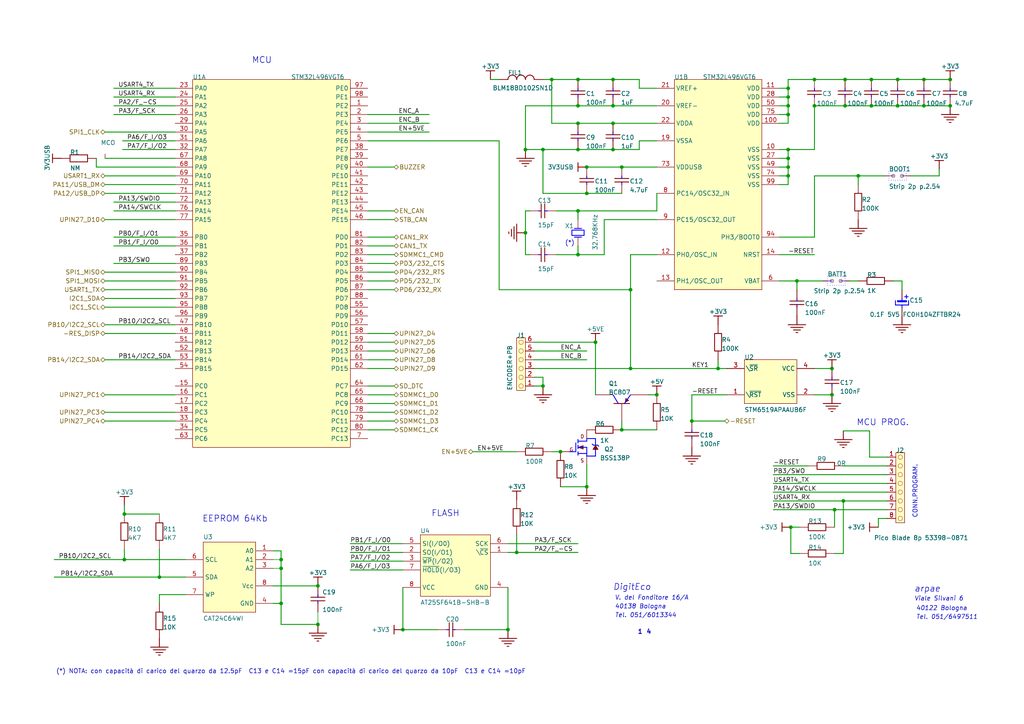
<source format=kicad_sch>
(kicad_sch (version 20230121) (generator eeschema)
  (paper "A4")
  (title_block (title "Stima V4-Master") (rev "1.0"))
  (junction (at 36.068 149.098))
  (junction (at 147.32 182.626))
  (junction (at 81.534 162.306))
  (junction (at 172.72 99.2632))
  (junction (at 267.97 23.0632))
  (junction (at 167.64 35.7632))
  (junction (at 160.02 23.0632))
  (junction (at 182.88 106.8832))
  (junction (at 167.64 23.0632))
  (junction (at 275.59 23.0632))
  (junction (at 167.64 61.1632))
  (junction (at 116.84 182.626))
  (junction (at 170.18 141.1732))
  (junction (at 200.66 122.1232))
  (junction (at 228.6 33.2232))
  (junction (at 267.97 30.6832))
  (junction (at 177.8 23.0632))
  (junction (at 177.8 43.3832))
  (junction (at 242.062 147.828))
  (junction (at 167.64 73.8632))
  (junction (at 241.3 106.8832))
  (junction (at 157.48 111.9632))
  (junction (at 228.6 25.6032))
  (junction (at 46.228 167.386))
  (junction (at 170.18 56.0832))
  (junction (at 236.22 30.6832))
  (junction (at 228.6 28.1432))
  (junction (at 152.4 43.3832))
  (junction (at 81.534 164.846))
  (junction (at 162.56 131.0132))
  (junction (at 182.88 84.0232))
  (junction (at 252.73 30.6832))
  (junction (at 170.18 48.4632))
  (junction (at 248.92 51.0032))
  (junction (at 180.34 124.6632))
  (junction (at 180.34 48.4632))
  (junction (at 190.5 114.5032))
  (junction (at 177.8 35.7632))
  (junction (at 275.59 30.6832))
  (junction (at 228.6 30.6832))
  (junction (at 152.4 67.5132))
  (junction (at 245.11 30.6832))
  (junction (at 236.22 23.0632))
  (junction (at 228.6 51.0032))
  (junction (at 167.64 43.3832))
  (junction (at 208.28 106.8832))
  (junction (at 228.6 45.9232))
  (junction (at 92.202 169.926))
  (junction (at 229.362 152.908))
  (junction (at 231.14 81.4832))
  (junction (at 260.35 30.6832))
  (junction (at 245.11 23.0632))
  (junction (at 228.6 43.3832))
  (junction (at 260.35 23.0632))
  (junction (at 244.602 145.288))
  (junction (at 241.3 114.5032))
  (junction (at 177.8 30.6832))
  (junction (at 252.73 23.0632))
  (junction (at 36.068 162.306))
  (junction (at 167.64 30.6832))
  (junction (at 228.6 48.4632))
  (junction (at 81.534 175.006))
  (junction (at 157.48 43.3832))
  (junction (at 149.86 160.2232))
  (junction (at 92.202 181.102))
  (wire (pts (xy 50.8 61.1632) (xy 33.02 61.1632)) (stroke (width 0.254)))
  (wire (pts (xy 30.48 38.3032) (xy 50.8 38.3032)) (stroke (width 0.254)))
  (wire (pts (xy 30.48 119.5832) (xy 50.8 119.5832)) (stroke (width 0.254)))
  (wire (pts (xy 106.68 63.7032) (xy 114.3 63.7032)) (stroke (width 0.254)))
  (wire (pts (xy 46.228 172.466) (xy 46.228 175.006)) (stroke (width 0.254)))
  (wire (pts (xy 116.84 170.3832) (xy 116.84 182.626)) (stroke (width 0.254)))
  (wire (pts (xy 50.8 33.2232) (xy 33.02 33.2232)) (stroke (width 0.254)))
  (wire (pts (xy 106.68 106.8832) (xy 114.3 106.8832)) (stroke (width 0.254)))
  (wire (pts (xy 226.06 53.5432) (xy 228.6 53.5432)) (stroke (width 0.254)))
  (wire (pts (xy 259.08 81.4832) (xy 261.62 81.4832)) (stroke (width 0.254)))
  (wire (pts (xy 50.8 48.4632) (xy 27.94 48.4632)) (stroke (width 0.254)))
  (wire (pts (xy 245.11 23.0632) (xy 236.22 23.0632)) (stroke (width 0.254)))
  (wire (pts (xy 236.22 68.7832) (xy 226.06 68.7832)) (stroke (width 0.254)))
  (wire (pts (xy 81.534 181.102) (xy 92.202 181.102)) (stroke (width 0.254)))
  (wire (pts (xy 114.3 68.7832) (xy 106.68 68.7832)) (stroke (width 0.254)))
  (wire (pts (xy 36.068 159.258) (xy 36.068 162.306)) (stroke (width 0.254)))
  (wire (pts (xy 50.8 63.7032) (xy 30.48 63.7032)) (stroke (width 0.254)))
  (wire (pts (xy 267.97 30.6832) (xy 275.59 30.6832)) (stroke (width 0.254)))
  (wire (pts (xy 167.64 23.0632) (xy 177.8 23.0632)) (stroke (width 0.254)))
  (wire (pts (xy 252.73 30.6832) (xy 260.35 30.6832)) (stroke (width 0.254)))
  (wire (pts (xy 30.48 84.0232) (xy 50.8 84.0232)) (stroke (width 0.254)))
  (wire (pts (xy 160.02 23.0632) (xy 167.64 23.0632)) (stroke (width 0.254)))
  (wire (pts (xy 170.18 141.1732) (xy 170.18 134.8232)) (stroke (width 0.254)))
  (wire (pts (xy 231.14 81.4832) (xy 238.76 81.4832)) (stroke (width 0.254)))
  (wire (pts (xy 257.302 135.128) (xy 244.602 135.128)) (stroke (width 0.254)))
  (wire (pts (xy 50.8 30.6832) (xy 33.02 30.6832)) (stroke (width 0.254)))
  (wire (pts (xy 200.66 114.5032) (xy 200.66 122.1232)) (stroke (width 0.254)))
  (wire (pts (xy 167.64 73.8632) (xy 175.26 73.8632)) (stroke (width 0.254)))
  (wire (pts (xy 245.11 30.6832) (xy 252.73 30.6832)) (stroke (width 0.254)))
  (wire (pts (xy 106.68 35.7632) (xy 124.46 35.7632)) (stroke (width 0.254)))
  (wire (pts (xy 252.222 124.968) (xy 244.602 124.968)) (stroke (width 0.254)))
  (wire (pts (xy 167.64 73.8632) (xy 167.64 71.3232)) (stroke (width 0.254)))
  (wire (pts (xy 172.72 99.2632) (xy 172.72 114.5032)) (stroke (width 0.254)))
  (wire (pts (xy 167.64 61.1632) (xy 190.5 61.1632)) (stroke (width 0.254)))
  (wire (pts (xy 30.48 104.3432) (xy 50.8 104.3432)) (stroke (width 0.254)))
  (wire (pts (xy 228.6 35.7632) (xy 226.06 35.7632)) (stroke (width 0.254)))
  (wire (pts (xy 30.48 45.9232) (xy 50.8 45.9232)) (stroke (width 0.254)))
  (wire (pts (xy 228.6 30.6832) (xy 228.6 33.2232)) (stroke (width 0.254)))
  (wire (pts (xy 162.56 141.1732) (xy 170.18 141.1732)) (stroke (width 0.254)))
  (wire (pts (xy 244.602 160.528) (xy 242.062 160.528)) (stroke (width 0.254)))
  (wire (pts (xy 190.5 61.1632) (xy 190.5 56.0832)) (stroke (width 0.254)))
  (wire (pts (xy 157.48 43.3832) (xy 152.4 43.3832)) (stroke (width 0.254)))
  (wire (pts (xy 144.78 40.8432) (xy 144.78 84.0232)) (stroke (width 0.254)))
  (wire (pts (xy 236.22 30.6832) (xy 245.11 30.6832)) (stroke (width 0.254)))
  (wire (pts (xy 81.534 162.306) (xy 81.534 159.766)) (stroke (width 0.254)))
  (wire (pts (xy 15.748 167.386) (xy 46.228 167.386)) (stroke (width 0.254)))
  (wire (pts (xy 228.6 23.0632) (xy 228.6 25.6032)) (stroke (width 0.254)))
  (wire (pts (xy 27.94 48.4632) (xy 27.94 45.9232)) (stroke (width 0.254)))
  (wire (pts (xy 15.748 162.306) (xy 36.068 162.306)) (stroke (width 0.254)))
  (wire (pts (xy 106.68 122.1232) (xy 114.3 122.1232)) (stroke (width 0.254)))
  (wire (pts (xy 30.48 53.5432) (xy 50.8 53.5432)) (stroke (width 0.254)))
  (wire (pts (xy 154.94 104.3432) (xy 170.18 104.3432)) (stroke (width 0.254)))
  (wire (pts (xy 246.38 81.4832) (xy 248.92 81.4832)) (stroke (width 0.254)))
  (wire (pts (xy 244.602 145.288) (xy 244.602 160.528)) (stroke (width 0.254)))
  (wire (pts (xy 260.35 23.0632) (xy 252.73 23.0632)) (stroke (width 0.254)))
  (wire (pts (xy 154.94 101.8032) (xy 170.18 101.8032)) (stroke (width 0.254)))
  (wire (pts (xy 228.6 43.3832) (xy 226.06 43.3832)) (stroke (width 0.254)))
  (wire (pts (xy 114.3 48.4632) (xy 106.68 48.4632)) (stroke (width 0.254)))
  (wire (pts (xy 30.48 51.0032) (xy 50.8 51.0032)) (stroke (width 0.254)))
  (wire (pts (xy 231.902 160.528) (xy 229.362 160.528)) (stroke (width 0.254)))
  (wire (pts (xy 81.534 164.846) (xy 81.534 162.306)) (stroke (width 0.254)))
  (wire (pts (xy 177.8 43.3832) (xy 167.64 43.3832)) (stroke (width 0.254)))
  (wire (pts (xy 81.534 175.006) (xy 81.534 181.102)) (stroke (width 0.254)))
  (wire (pts (xy 228.6 48.4632) (xy 228.6 45.9232)) (stroke (width 0.254)))
  (wire (pts (xy 228.6 25.6032) (xy 228.6 28.1432)) (stroke (width 0.254)))
  (wire (pts (xy 157.48 109.4232) (xy 157.48 111.9632)) (stroke (width 0.254)))
  (wire (pts (xy 242.062 147.828) (xy 257.302 147.828)) (stroke (width 0.254)))
  (wire (pts (xy 152.4 30.6832) (xy 167.64 30.6832)) (stroke (width 0.254)))
  (wire (pts (xy 81.534 175.006) (xy 81.534 164.846)) (stroke (width 0.254)))
  (wire (pts (xy 185.42 23.0632) (xy 185.42 25.6032)) (stroke (width 0.254)))
  (wire (pts (xy 229.362 160.528) (xy 229.362 152.908)) (stroke (width 0.254)))
  (wire (pts (xy 228.6 53.5432) (xy 228.6 51.0032)) (stroke (width 0.254)))
  (wire (pts (xy 30.48 96.7232) (xy 50.8 96.7232)) (stroke (width 0.254)))
  (wire (pts (xy 252.222 132.588) (xy 252.222 124.968)) (stroke (width 0.254)))
  (wire (pts (xy 256.54 51.0032) (xy 248.92 51.0032)) (stroke (width 0.254)))
  (wire (pts (xy 177.8 30.6832) (xy 190.5 30.6832)) (stroke (width 0.254)))
  (wire (pts (xy 228.6 45.9232) (xy 228.6 43.3832)) (stroke (width 0.254)))
  (wire (pts (xy 275.59 23.0632) (xy 267.97 23.0632)) (stroke (width 0.254)))
  (wire (pts (xy 134.62 182.626) (xy 147.32 182.626)) (stroke (width 0.254)))
  (wire (pts (xy 116.84 160.2232) (xy 101.6 160.2232)) (stroke (width 0.254)))
  (wire (pts (xy 190.5 48.4632) (xy 180.34 48.4632)) (stroke (width 0.254)))
  (wire (pts (xy 92.202 169.926) (xy 79.248 169.926)) (stroke (width 0.254)))
  (wire (pts (xy 257.302 145.288) (xy 244.602 145.288)) (stroke (width 0.254)))
  (wire (pts (xy 175.26 63.7032) (xy 190.5 63.7032)) (stroke (width 0.254)))
  (wire (pts (xy 254.762 150.368) (xy 254.762 152.908)) (stroke (width 0.254)))
  (wire (pts (xy 180.34 122.1232) (xy 180.34 124.6632)) (stroke (width 0.254)))
  (wire (pts (xy 190.5 40.8432) (xy 185.42 40.8432)) (stroke (width 0.254)))
  (wire (pts (xy 167.64 43.3832) (xy 157.48 43.3832)) (stroke (width 0.254)))
  (wire (pts (xy 106.68 61.1632) (xy 114.3 61.1632)) (stroke (width 0.254)))
  (wire (pts (xy 161.29 61.1632) (xy 167.64 61.1632)) (stroke (width 0.254)))
  (wire (pts (xy 228.6 33.2232) (xy 228.6 35.7632)) (stroke (width 0.254)))
  (wire (pts (xy 50.8 68.7832) (xy 33.02 68.7832)) (stroke (width 0.254)))
  (wire (pts (xy 244.602 145.288) (xy 224.282 145.288)) (stroke (width 0.254)))
  (wire (pts (xy 106.68 84.0232) (xy 114.3 84.0232)) (stroke (width 0.254)))
  (wire (pts (xy 106.68 81.4832) (xy 114.3 81.4832)) (stroke (width 0.254)))
  (wire (pts (xy 81.534 175.006) (xy 79.248 175.006)) (stroke (width 0.254)))
  (wire (pts (xy 180.34 124.6632) (xy 190.5 124.6632)) (stroke (width 0.254)))
  (wire (pts (xy 257.302 150.368) (xy 254.762 150.368)) (stroke (width 0.254)))
  (wire (pts (xy 149.86 160.2232) (xy 167.64 160.2232)) (stroke (width 0.254)))
  (wire (pts (xy 50.8 58.6232) (xy 33.02 58.6232)) (stroke (width 0.254)))
  (wire (pts (xy 267.97 23.0632) (xy 260.35 23.0632)) (stroke (width 0.254)))
  (wire (pts (xy 114.3 71.3232) (xy 106.68 71.3232)) (stroke (width 0.254)))
  (wire (pts (xy 234.442 135.128) (xy 224.282 135.128)) (stroke (width 0.254)))
  (wire (pts (xy 152.4 43.3832) (xy 152.4 30.6832)) (stroke (width 0.254)))
  (wire (pts (xy 36.068 146.558) (xy 36.068 149.098)) (stroke (width 0.254)))
  (wire (pts (xy 152.4 61.1632) (xy 152.4 67.5132)) (stroke (width 0.254)))
  (wire (pts (xy 154.94 99.2632) (xy 172.72 99.2632)) (stroke (width 0.254)))
  (wire (pts (xy 154.94 109.4232) (xy 157.48 109.4232)) (stroke (width 0.254)))
  (wire (pts (xy 161.29 73.8632) (xy 167.64 73.8632)) (stroke (width 0.254)))
  (wire (pts (xy 236.22 114.5032) (xy 241.3 114.5032)) (stroke (width 0.254)))
  (wire (pts (xy 106.68 104.3432) (xy 114.3 104.3432)) (stroke (width 0.254)))
  (wire (pts (xy 50.8 86.5632) (xy 30.48 86.5632)) (stroke (width 0.254)))
  (wire (pts (xy 153.67 61.1632) (xy 152.4 61.1632)) (stroke (width 0.254)))
  (wire (pts (xy 175.26 73.8632) (xy 175.26 63.7032)) (stroke (width 0.254)))
  (wire (pts (xy 50.8 56.0832) (xy 30.48 56.0832)) (stroke (width 0.254)))
  (wire (pts (xy 137.16 131.0132) (xy 149.86 131.0132)) (stroke (width 0.254)))
  (wire (pts (xy 106.68 76.4032) (xy 114.3 76.4032)) (stroke (width 0.254)))
  (wire (pts (xy 231.14 84.0232) (xy 231.14 81.4832)) (stroke (width 0.254)))
  (wire (pts (xy 228.6 45.9232) (xy 226.06 45.9232)) (stroke (width 0.254)))
  (wire (pts (xy 116.84 157.6832) (xy 101.6 157.6832)) (stroke (width 0.254)))
  (wire (pts (xy 157.48 56.0832) (xy 157.48 43.3832)) (stroke (width 0.254)))
  (wire (pts (xy 116.84 182.626) (xy 127 182.626)) (stroke (width 0.254)))
  (wire (pts (xy 144.78 84.0232) (xy 182.88 84.0232)) (stroke (width 0.254)))
  (wire (pts (xy 190.5 114.5032) (xy 187.96 114.5032)) (stroke (width 0.254)))
  (wire (pts (xy 229.362 152.908) (xy 231.902 152.908)) (stroke (width 0.254)))
  (wire (pts (xy 36.068 149.098) (xy 46.228 149.098)) (stroke (width 0.254)))
  (wire (pts (xy 50.8 43.3832) (xy 35.56 43.3832)) (stroke (width 0.254)))
  (wire (pts (xy 248.92 53.5432) (xy 248.92 51.0032)) (stroke (width 0.254)))
  (wire (pts (xy 30.48 94.1832) (xy 50.8 94.1832)) (stroke (width 0.254)))
  (wire (pts (xy 228.6 28.1432) (xy 228.6 30.6832)) (stroke (width 0.254)))
  (wire (pts (xy 210.82 114.5032) (xy 200.66 114.5032)) (stroke (width 0.254)))
  (wire (pts (xy 248.92 51.0032) (xy 236.22 51.0032)) (stroke (width 0.254)))
  (wire (pts (xy 182.88 106.8832) (xy 182.88 84.0232)) (stroke (width 0.254)))
  (wire (pts (xy 226.06 51.0032) (xy 228.6 51.0032)) (stroke (width 0.254)))
  (wire (pts (xy 50.8 28.1432) (xy 33.02 28.1432)) (stroke (width 0.254)))
  (wire (pts (xy 30.48 114.5032) (xy 50.8 114.5032)) (stroke (width 0.254)))
  (wire (pts (xy 182.88 84.0232) (xy 182.88 73.8632)) (stroke (width 0.254)))
  (wire (pts (xy 257.302 137.668) (xy 224.282 137.668)) (stroke (width 0.254)))
  (wire (pts (xy 228.6 28.1432) (xy 226.06 28.1432)) (stroke (width 0.254)))
  (wire (pts (xy 106.68 119.5832) (xy 114.3 119.5832)) (stroke (width 0.254)))
  (wire (pts (xy 167.64 35.7632) (xy 177.8 35.7632)) (stroke (width 0.254)))
  (wire (pts (xy 236.22 51.0032) (xy 236.22 68.7832)) (stroke (width 0.254)))
  (wire (pts (xy 228.6 33.2232) (xy 226.06 33.2232)) (stroke (width 0.254)))
  (wire (pts (xy 261.62 81.4832) (xy 261.62 84.0232)) (stroke (width 0.254)))
  (wire (pts (xy 106.68 40.8432) (xy 144.78 40.8432)) (stroke (width 0.254)))
  (wire (pts (xy 79.248 162.306) (xy 81.534 162.306)))
  (wire (pts (xy 182.88 106.8832) (xy 208.28 106.8832)) (stroke (width 0.254)))
  (wire (pts (xy 147.32 160.2232) (xy 149.86 160.2232)) (stroke (width 0.254)))
  (wire (pts (xy 160.02 23.0632) (xy 160.02 35.7632)) (stroke (width 0.254)))
  (wire (pts (xy 152.4 67.5132) (xy 152.4 73.8632)) (stroke (width 0.254)))
  (wire (pts (xy 50.8 76.4032) (xy 33.02 76.4032)) (stroke (width 0.254)))
  (wire (pts (xy 114.3 73.8632) (xy 106.68 73.8632)) (stroke (width 0.254)))
  (wire (pts (xy 50.8 89.1032) (xy 30.48 89.1032)) (stroke (width 0.254)))
  (wire (pts (xy 185.42 40.8432) (xy 185.42 43.3832)) (stroke (width 0.254)))
  (wire (pts (xy 236.22 23.0632) (xy 228.6 23.0632)) (stroke (width 0.254)))
  (wire (pts (xy 182.88 73.8632) (xy 190.5 73.8632)) (stroke (width 0.254)))
  (wire (pts (xy 46.228 159.258) (xy 46.228 167.386)) (stroke (width 0.254)))
  (wire (pts (xy 228.6 43.3832) (xy 236.22 43.3832)) (stroke (width 0.254)))
  (wire (pts (xy 228.6 51.0032) (xy 228.6 48.4632)) (stroke (width 0.254)))
  (wire (pts (xy 185.42 43.3832) (xy 177.8 43.3832)) (stroke (width 0.254)))
  (wire (pts (xy 50.8 40.8432) (xy 35.56 40.8432)) (stroke (width 0.254)))
  (wire (pts (xy 185.42 25.6032) (xy 190.5 25.6032)) (stroke (width 0.254)))
  (wire (pts (xy 224.282 142.748) (xy 257.302 142.748)) (stroke (width 0.254)))
  (wire (pts (xy 106.68 99.2632) (xy 114.3 99.2632)) (stroke (width 0.254)))
  (wire (pts (xy 50.8 71.3232) (xy 33.02 71.3232)) (stroke (width 0.254)))
  (wire (pts (xy 147.32 157.6832) (xy 167.64 157.6832)) (stroke (width 0.254)))
  (wire (pts (xy 79.248 164.846) (xy 81.534 164.846)))
  (wire (pts (xy 157.48 111.9632) (xy 154.94 111.9632)) (stroke (width 0.254)))
  (wire (pts (xy 157.48 23.0632) (xy 160.02 23.0632)) (stroke (width 0.254)))
  (wire (pts (xy 106.68 114.5032) (xy 114.3 114.5032)) (stroke (width 0.254)))
  (wire (pts (xy 30.48 78.9432) (xy 50.8 78.9432)) (stroke (width 0.254)))
  (wire (pts (xy 116.84 162.7632) (xy 101.6 162.7632)) (stroke (width 0.254)))
  (wire (pts (xy 208.28 106.8832) (xy 210.82 106.8832)) (stroke (width 0.254)))
  (wire (pts (xy 242.062 152.908) (xy 242.062 147.828)) (stroke (width 0.254)))
  (wire (pts (xy 106.68 101.8032) (xy 114.3 101.8032)) (stroke (width 0.254)))
  (wire (pts (xy 228.6 48.4632) (xy 226.06 48.4632)) (stroke (width 0.254)))
  (wire (pts (xy 30.48 122.1232) (xy 50.8 122.1232)) (stroke (width 0.254)))
  (wire (pts (xy 260.35 30.6832) (xy 267.97 30.6832)) (stroke (width 0.254)))
  (wire (pts (xy 154.94 106.8832) (xy 182.88 106.8832)) (stroke (width 0.254)))
  (wire (pts (xy 106.68 38.3032) (xy 124.46 38.3032)) (stroke (width 0.254)))
  (wire (pts (xy 53.848 172.466) (xy 46.228 172.466)) (stroke (width 0.254)))
  (wire (pts (xy 106.68 78.9432) (xy 114.3 78.9432)) (stroke (width 0.254)))
  (wire (pts (xy 236.22 43.3832) (xy 236.22 30.6832)) (stroke (width 0.254)))
  (wire (pts (xy 170.18 56.0832) (xy 157.48 56.0832)) (stroke (width 0.254)))
  (wire (pts (xy 106.68 111.9632) (xy 114.3 111.9632)) (stroke (width 0.254)))
  (wire (pts (xy 106.68 117.0432) (xy 114.3 117.0432)) (stroke (width 0.254)))
  (wire (pts (xy 36.068 162.306) (xy 53.848 162.306)) (stroke (width 0.254)))
  (wire (pts (xy 228.6 25.6032) (xy 226.06 25.6032)) (stroke (width 0.254)))
  (wire (pts (xy 92.202 177.546) (xy 92.202 181.102)))
  (wire (pts (xy 144.78 23.0632) (xy 142.24 23.0632)) (stroke (width 0.254)))
  (wire (pts (xy 160.02 35.7632) (xy 167.64 35.7632)) (stroke (width 0.254)))
  (wire (pts (xy 152.4 73.8632) (xy 153.67 73.8632)) (stroke (width 0.254)))
  (wire (pts (xy 228.6 30.6832) (xy 226.06 30.6832)) (stroke (width 0.254)))
  (wire (pts (xy 231.14 81.4832) (xy 226.06 81.4832)) (stroke (width 0.254)))
  (wire (pts (xy 177.8 35.7632) (xy 190.5 35.7632)) (stroke (width 0.254)))
  (wire (pts (xy 252.73 23.0632) (xy 245.11 23.0632)) (stroke (width 0.254)))
  (wire (pts (xy 114.3 124.6632) (xy 106.68 124.6632)) (stroke (width 0.254)))
  (wire (pts (xy 208.28 104.3432) (xy 208.28 106.8832)) (stroke (width 0.254)))
  (wire (pts (xy 30.48 81.4832) (xy 50.8 81.4832)) (stroke (width 0.254)))
  (wire (pts (xy 106.68 33.2232) (xy 124.46 33.2232)) (stroke (width 0.254)))
  (wire (pts (xy 272.415 51.0032) (xy 272.415 49.0982)) (stroke (width 0.254)))
  (wire (pts (xy 81.534 159.766) (xy 79.248 159.766)) (stroke (width 0.254)))
  (wire (pts (xy 106.68 96.7232) (xy 114.3 96.7232)) (stroke (width 0.254)))
  (wire (pts (xy 264.16 51.0032) (xy 272.415 51.0032)) (stroke (width 0.254)))
  (wire (pts (xy 257.302 140.208) (xy 224.282 140.208)) (stroke (width 0.254)))
  (wire (pts (xy 236.22 106.8832) (xy 241.3 106.8832)) (stroke (width 0.254)))
  (wire (pts (xy 46.228 167.386) (xy 53.848 167.386)) (stroke (width 0.254)))
  (wire (pts (xy 236.22 73.8632) (xy 226.06 73.8632)) (stroke (width 0.254)))
  (wire (pts (xy 50.8 25.6032) (xy 33.02 25.6032)) (stroke (width 0.254)))
  (wire (pts (xy 180.34 48.4632) (xy 170.18 48.4632)) (stroke (width 0.254)))
  (wire (pts (xy 116.84 165.3032) (xy 101.6 165.3032)) (stroke (width 0.254)))
  (wire (pts (xy 257.302 132.588) (xy 252.222 132.588)) (stroke (width 0.254)))
  (wire (pts (xy 180.34 56.0832) (xy 170.18 56.0832)) (stroke (width 0.254)))
  (wire (pts (xy 167.64 61.1632) (xy 167.64 63.7032)) (stroke (width 0.254)))
  (wire (pts (xy 167.64 30.6832) (xy 177.8 30.6832)) (stroke (width 0.254)))
  (wire (pts (xy 200.66 122.1232) (xy 210.185 122.1232)) (stroke (width 0.254)))
  (wire (pts (xy 177.8 23.0632) (xy 185.42 23.0632)) (stroke (width 0.254)))
  (wire (pts (xy 224.282 147.828) (xy 242.062 147.828)) (stroke (width 0.254)))
  (wire (pts (xy 149.86 155.1432) (xy 149.86 160.2232)) (stroke (width 0.254)))
  (wire (pts (xy 147.32 182.626) (xy 147.32 170.3832)) (stroke (width 0.254)))
  (wire (pts (xy 160.02 131.0132) (xy 162.56 131.0132)) (stroke (width 0.254)))
  (text "MCU PROG." (at 248.412 123.698 0) (effects (font (size 1.778 1.778)) (justify left bottom)))
  (text "(*)" (at 163.83 71.3232 0) (effects (font (size 1.27 1.27)) (justify left bottom)))
  (text "(*) NOTA: con capacità di carico del quarzo da 12.5pF  C13 e C14 =15pF con capacità di carico del quarzo da 10pF  C13 e C14 =10pF" (at 16.256 195.58 0) (effects (font (size 1.27 1.27)) (justify left bottom)))
  (text "Tel. 051/6497511" (at 265.684 179.832 0) (effects (font (size 1.27 1.27) italic) (justify left bottom)))
  (text "DigitEco" (at 177.8 171.45 0) (effects (font (size 1.778 1.778) italic) (justify left bottom)))
  (text "MCU" (at 73.025 18.6182 0) (effects (font (size 1.778 1.778)) (justify left bottom)))
  (text "EEPROM 64Kb" (at 58.674 151.638 0) (effects (font (size 1.778 1.778)) (justify left bottom)))
  (text "Viale Silvani 6" (at 265.176 174.498 0) (effects (font (size 1.27 1.27) italic) (justify left bottom)))
  (text "40138 Bologna" (at 178.308 176.784 0) (effects (font (size 1.27 1.27) italic) (justify left bottom)))
  (text "FLASH" (at 125.095 150.0632 0) (effects (font (size 1.778 1.778)) (justify left bottom)))
  (text "" (at 180.34 107.5182 90) (effects (font (size 1.143 1.143)) (justify left bottom)))
  (text "Tel. 051/6013344" (at 178.308 179.324 0) (effects (font (size 1.27 1.27) italic) (justify left bottom)))
  (text "${#}" (at 184.912 184.15 0) (effects (font (size 1.27 1.27) bold) (justify left bottom)))
  (text "CONN.PROGRAM." (at 266.192 150.368 90) (effects (font (size 1.27 1.27)) (justify left bottom)))
  (text "arpae" (at 265.176 171.958 0) (effects (font (size 1.778 1.778) italic) (justify left bottom)))
  (text "4" (at 188.976 184.15 0) (effects (font (size 1.27 1.27) bold) (justify right bottom)))
  (text "V. del Fonditore 16/A" (at 178.308 174.244 0) (effects (font (size 1.27 1.27) italic) (justify left bottom)))
  (text "40122 Bologna" (at 265.684 177.292 0) (effects (font (size 1.27 1.27) italic) (justify left bottom)))
  (label "ENC_B" (at 162.56 104.3432 180))
  (label "ENC_A" (at 162.56 101.8032 180))
  (label "PB14/I2C2_SDA" (at 17.526 167.386 180))
  (label "USART4_RX" (at 224.282 145.288 180))
  (label "PA14/SWCLK" (at 34.29 61.1632 180))
  (label "PA3/F_SCK" (at 154.94 157.6832 180))
  (label "PA3/F_SCK" (at 34.29 33.2232 180))
  (label "PA2/F_-CS" (at 34.29 30.6832 180))
  (label "PA2/F_-CS" (at 154.94 160.2232 180))
  (label "USART4_TX" (at 224.282 140.208 180))
  (label "PB1/F_I/O0" (at 34.29 71.3232 180))
  (label "PA13/SWDIO" (at 224.282 147.828 180))
  (label "PB0/F_I/O1" (at 101.6 160.2232 180))
  (label "PB14/I2C2_SDA" (at 34.29 104.3432 180))
  (label "PB1/F_I/O0" (at 101.6 157.6832 180))
  (label "PA7/F_I/O2" (at 36.83 43.3832 180))
  (label "PB3/SWO" (at 224.282 137.668 180))
  (label "USART4_TX" (at 34.29 25.6032 180))
  (label "-RESET" (at 224.282 135.128 180))
  (label "ENC_A" (at 115.57 33.2232 180))
  (label "EN+5VE" (at 115.57 38.3032 180))
  (label "PA7/F_I/O2" (at 101.6 162.7632 180))
  (label "-RESET" (at 228.6 73.8632 180))
  (label "PB0/F_I/O1" (at 34.29 68.7832 180))
  (label "PA13/SWDIO" (at 34.29 58.6232 180))
  (label "PA14/SWCLK" (at 224.282 142.748 180))
  (label "PA6/F_I/O3" (at 101.6 165.3032 180))
  (label "ENC_B" (at 115.57 35.7632 180))
  (label "PB10/I2C2_SCL" (at 17.018 162.306 180))
  (label "EN+5VE" (at 138.43 131.0132 180))
  (label "PA6/F_I/O3" (at 36.83 40.8432 180))
  (label "KEY1" (at 200.66 106.8832 180))
  (label "PB10/I2C2_SCL" (at 34.29 94.1832 180))
  (label "USART4_RX" (at 34.29 28.1432 180))
  (label "-RESET" (at 200.66 114.5032 180))
  (label "PB3/SWO" (at 34.29 76.4032 180))
  (hierarchical_label "UPIN27_D8" (shape bidirectional) (at 114.3 104.3432 0))
  (hierarchical_label "PD6/232_RX" (shape bidirectional) (at 114.3 84.0232 0))
  (hierarchical_label "SDMMC1_D1" (shape bidirectional) (at 114.3 117.0432 0))
  (hierarchical_label "UPIN27_D5" (shape bidirectional) (at 114.3 99.2632 0))
  (hierarchical_label "CAN1_TX" (shape bidirectional) (at 114.3 71.3232 0))
  (hierarchical_label "-RESET" (shape bidirectional) (at 210.185 122.1232 0))
  (hierarchical_label "SDMMC1_CMD" (shape bidirectional) (at 114.3 73.8632 0))
  (hierarchical_label "PD5/232_TX" (shape bidirectional) (at 114.3 81.4832 0))
  (hierarchical_label "SPI1_MOSI" (shape bidirectional) (at 30.48 81.4832 180))
  (hierarchical_label "SPI1_CLK" (shape bidirectional) (at 30.48 38.3032 180))
  (hierarchical_label "PD4/232_RTS" (shape bidirectional) (at 114.3 78.9432 0))
  (hierarchical_label "SD_DTC" (shape bidirectional) (at 114.3 111.9632 0))
  (hierarchical_label "I2C1_SCL" (shape bidirectional) (at 30.48 89.1032 180))
  (hierarchical_label "PA11/USB_DM" (shape bidirectional) (at 30.48 53.5432 180))
  (hierarchical_label "PD3/232_CTS" (shape bidirectional) (at 114.3 76.4032 0))
  (hierarchical_label "SDMMC1_D3" (shape bidirectional) (at 114.3 122.1232 0))
  (hierarchical_label "BUZZER" (shape bidirectional) (at 114.3 48.4632 0))
  (hierarchical_label "SDMMC1_D0" (shape bidirectional) (at 114.3 114.5032 0))
  (hierarchical_label "UPIN27_PC3" (shape bidirectional) (at 30.48 119.5832 180))
  (hierarchical_label "USART1_TX" (shape bidirectional) (at 30.48 84.0232 180))
  (hierarchical_label "UPIN27_D6" (shape bidirectional) (at 114.3 101.8032 0))
  (hierarchical_label "PB10/I2C2_SCL" (shape bidirectional) (at 30.48 94.1832 180))
  (hierarchical_label "-RES_DISP" (shape bidirectional) (at 30.48 96.7232 180))
  (hierarchical_label "UPIN27_D9" (shape bidirectional) (at 114.3 106.8832 0))
  (hierarchical_label "EN_CAN" (shape bidirectional) (at 114.3 61.1632 0))
  (hierarchical_label "UPIN27_PC1" (shape bidirectional) (at 30.48 114.5032 180))
  (hierarchical_label "STB_CAN" (shape bidirectional) (at 114.3 63.7032 0))
  (hierarchical_label "I2C1_SDA" (shape bidirectional) (at 30.48 86.5632 180))
  (hierarchical_label "UPIN27_PC4" (shape bidirectional) (at 30.48 122.1232 180))
  (hierarchical_label "UPIN27_D10" (shape bidirectional) (at 30.48 63.7032 180))
  (hierarchical_label "EN+5VE" (shape bidirectional) (at 137.16 131.0132 180))
  (hierarchical_label "PB14/I2C2_SDA" (shape bidirectional) (at 30.48 104.3432 180))
  (hierarchical_label "SDMMC1_D2" (shape bidirectional) (at 114.3 119.5832 0))
  (hierarchical_label "CAN1_RX" (shape bidirectional) (at 114.3 68.7832 0))
  (hierarchical_label "SDMMC1_CK" (shape bidirectional) (at 114.3 124.6632 0))
  (hierarchical_label "USART1_RX" (shape bidirectional) (at 30.48 51.0032 180))
  (hierarchical_label "PA12/USB_DP" (shape bidirectional) (at 30.48 56.0832 180))
  (hierarchical_label "SPI1_MISO" (shape bidirectional) (at 30.48 78.9432 180))
  (hierarchical_label "UPIN27_D4" (shape bidirectional) (at 114.3 96.7232 0))
  (symbol (lib_id "Stima V4 Master-altium-import:GND") (at 92.202 181.102 0) (unit 1)
    (property "Reference" "#PWR?" (effects hide))
    (property "Value" "GND" (effects hide))
  )
  (symbol (lib_id "Stima V4 Master-altium-import:root_1_TestPoint") (at 29.21 44.6532 0) (unit 1)
    (property "Reference" "MCO" (at 29.21 42.1132 0) (effects (justify left bottom)))
    (property "Value" "TestPoint" (effects hide))
    (property "Footprint" "TP" (effects hide))
  )
  (symbol (lib_id "Stima V4 Master-altium-import:root_2_C0805") (at 245.11 28.1432 0) (unit 1)
    (property "Reference" "C4" (at 247.396 27.8892 0) (effects (justify left bottom)))
    (property "Value" "100nF" (at 245.745 30.6832 0) (effects (justify left bottom)))
    (property "Footprint" "0603" (effects hide))
    (property "PACKAGE REFERENCE" "0603" (effects hide))
    (property "TYPE" "Multistrato X5R/X7R" (effects hide))
    (property "ALTIUM_VALUE" "100nF" (effects hide))
    (property "VOLTAGE" "50V" (effects hide))
  )
  (symbol (lib_id "Stima V4 Master-altium-import:+3V3") (at 116.84 182.626 270) (unit 1)
    (property "Reference" "#PWR?" (effects hide))
    (property "Value" "+3V3" (at 113.03 182.626 90) (effects (justify right)))
  )
  (symbol (lib_id "Stima V4 Master-altium-import:root_3_C0805") (at 158.75 61.1632 0) (unit 1)
    (property "Reference" "C13" (at 155.956 58.8772 0) (effects (justify left bottom)))
    (property "Value" "15pF" (at 155.956 65.9892 0) (effects (justify left bottom)))
    (property "Footprint" "0603" (effects hide))
    (property "PACKAGE REFERENCE" "0603" (effects hide))
    (property "TYPE" "Multistrato X5R/X7R" (effects hide))
    (property "ALTIUM_VALUE" "15pF" (effects hide))
    (property "VOLTAGE" "50V" (effects hide))
  )
  (symbol (lib_id "Stima V4 Master-altium-import:GND") (at 157.48 111.9632 0) (unit 1)
    (property "Reference" "#PWR?" (effects hide))
    (property "Value" "GND" (effects hide))
  )
  (symbol (lib_id "Stima V4 Master-altium-import:+3V3") (at 241.3 106.8832 180) (unit 1)
    (property "Reference" "#PWR?" (effects hide))
    (property "Value" "+3V3" (at 241.3 103.0732 0))
  )
  (symbol (lib_id "Stima V4 Master-altium-import:root_2_C0805") (at 252.73 28.1432 0) (unit 1)
    (property "Reference" "C5" (at 255.016 27.8892 0) (effects (justify left bottom)))
    (property "Value" "100nF" (at 253.365 30.6832 0) (effects (justify left bottom)))
    (property "Footprint" "0603" (effects hide))
    (property "PACKAGE REFERENCE" "0603" (effects hide))
    (property "TYPE" "Multistrato X5R/X7R" (effects hide))
    (property "ALTIUM_VALUE" "100nF" (effects hide))
    (property "VOLTAGE" "50V" (effects hide))
  )
  (symbol (lib_id "Stima V4 Master-altium-import:root_0_BLM21BD") (at 147.32 20.5232 0) (unit 1)
    (property "Reference" "FIL1" (at 147.32 21.7932 0) (effects (justify left bottom)))
    (property "Value" "BLM18BD102SN1D" (at 142.875 26.2382 0) (effects (justify left bottom)))
    (property "Footprint" "0603" (effects hide))
    (property "TYPE" "BLM18BD102SN1D  MURATA" (effects hide))
    (property "PACKAGE REFERENCE" "0603" (effects hide))
  )
  (symbol (lib_id "Stima V4 Master-altium-import:root_1_Res 0805") (at 33.528 156.718 0) (unit 1)
    (property "Reference" "R10" (at 37.084 154.178 0) (effects (justify left bottom)))
    (property "Value" "4K7" (at 37.084 156.718 0) (effects (justify left bottom)))
    (property "Footprint" "0603" (effects hide))
    (property "ALTIUM_VALUE" "4K75" (effects hide))
    (property "PRECISION" "5%" (effects hide))
    (property "PACKAGE REFERENCE" "0603" (effects hide))
    (property "POWER" "1/8W" (effects hide))
  )
  (symbol (lib_id "Stima V4 Master-altium-import:GND") (at 248.92 63.7032 0) (unit 1)
    (property "Reference" "#PWR?" (effects hide))
    (property "Value" "GND" (effects hide))
  )
  (symbol (lib_id "Stima V4 Master-altium-import:root_3_Res 0805") (at 152.4 147.5232 0) (unit 1)
    (property "Reference" "R12" (at 150.876 150.0632 0) (effects (justify left bottom)))
    (property "Value" "10K" (at 150.876 152.6032 0) (effects (justify left bottom)))
    (property "Footprint" "0603" (effects hide))
    (property "ALTIUM_VALUE" "10K" (effects hide))
    (property "PRECISION" "5%" (effects hide))
    (property "PACKAGE REFERENCE" "0603" (effects hide))
    (property "POWER" "1/8W" (effects hide))
  )
  (symbol (lib_id "Stima V4 Master-altium-import:+3V3") (at 254.762 152.908 270) (unit 1)
    (property "Reference" "#PWR?" (effects hide))
    (property "Value" "+3V3" (at 250.952 152.908 90) (effects (justify right)))
  )
  (symbol (lib_id "Stima V4 Master-altium-import:+3V3") (at 149.86 144.9832 180) (unit 1)
    (property "Reference" "#PWR?" (effects hide))
    (property "Value" "+3V3" (at 149.86 141.1732 0))
  )
  (symbol (lib_id "Stima V4 Master-altium-import:+3V3") (at 92.202 169.926 180) (unit 1)
    (property "Reference" "#PWR?" (effects hide))
    (property "Value" "+3V3" (at 92.202 166.116 0))
  )
  (symbol (lib_id "Stima V4 Master-altium-import:root_2_C0805") (at 267.97 28.1432 0) (unit 1)
    (property "Reference" "C7" (at 270.256 27.8892 0) (effects (justify left bottom)))
    (property "Value" "100nF" (at 268.605 30.6832 0) (effects (justify left bottom)))
    (property "Footprint" "0603" (effects hide))
    (property "PACKAGE REFERENCE" "0603" (effects hide))
    (property "TYPE" "Multistrato X5R/X7R" (effects hide))
    (property "ALTIUM_VALUE" "100nF" (effects hide))
    (property "VOLTAGE" "50V" (effects hide))
  )
  (symbol (lib_id "Stima V4 Master-altium-import:root_3_C0805") (at 158.75 73.8632 0) (unit 1)
    (property "Reference" "C14" (at 155.956 71.5772 0) (effects (justify left bottom)))
    (property "Value" "15pF" (at 155.956 78.6892 0) (effects (justify left bottom)))
    (property "Footprint" "0603" (effects hide))
    (property "PACKAGE REFERENCE" "0603" (effects hide))
    (property "TYPE" "Multistrato X5R/X7R" (effects hide))
    (property "ALTIUM_VALUE" "15pF" (effects hide))
    (property "VOLTAGE" "50V" (effects hide))
  )
  (symbol (lib_id "Stima V4 Master-altium-import:root_1_Res 0805") (at 246.38 61.1632 0) (unit 1)
    (property "Reference" "R2" (at 249.936 58.6232 0) (effects (justify left bottom)))
    (property "Value" "100K" (at 249.936 61.1632 0) (effects (justify left bottom)))
    (property "Footprint" "0603" (effects hide))
    (property "ALTIUM_VALUE" "100K" (effects hide))
    (property "PRECISION" "1%" (effects hide))
    (property "PACKAGE REFERENCE" "0603" (effects hide))
    (property "POWER" "1/8W" (effects hide))
  )
  (symbol (lib_id "Stima V4 Master-altium-import:root_2_C0805") (at 167.64 28.1432 0) (unit 1)
    (property "Reference" "C1" (at 169.926 27.8892 0) (effects (justify left bottom)))
    (property "Value" "100nF" (at 169.926 30.4292 0) (effects (justify left bottom)))
    (property "Footprint" "0603" (effects hide))
    (property "PACKAGE REFERENCE" "0603" (effects hide))
    (property "TYPE" "Multistrato X5R/X7R" (effects hide))
    (property "ALTIUM_VALUE" "100nF" (effects hide))
    (property "VOLTAGE" "50V" (effects hide))
  )
  (symbol (lib_id "Stima V4 Master-altium-import:root_2_C0805") (at 231.14 89.1032 0) (unit 1)
    (property "Reference" "C16" (at 233.426 88.8492 0) (effects (justify left bottom)))
    (property "Value" "100nF" (at 233.426 91.3892 0) (effects (justify left bottom)))
    (property "Footprint" "0603" (effects hide))
    (property "PACKAGE REFERENCE" "0603" (effects hide))
    (property "TYPE" "Multistrato X5R/X7R" (effects hide))
    (property "ALTIUM_VALUE" "100nF" (effects hide))
    (property "VOLTAGE" "50V" (effects hide))
  )
  (symbol (lib_id "Stima V4 Master-altium-import:root_1_BC807-25") (at 177.8 117.0432 0) (unit 1)
    (property "Reference" "Q1" (at 176.53 111.9632 0) (effects (justify left bottom)))
    (property "Value" "BC807" (at 176.53 114.5032 0) (effects (justify left bottom)))
    (property "Footprint" "SOT23" (effects hide))
    (property "PACKAGE REFERENCE" "SOT23" (effects hide))
  )
  (symbol (lib_id "Stima V4 Master-altium-import:root_0_C0603") (at 200.66 124.6632 0) (unit 1)
    (property "Reference" "C18" (at 202.946 126.9492 0) (effects (justify left bottom)))
    (property "Value" "100nF" (at 202.946 129.4892 0) (effects (justify left bottom)))
    (property "Footprint" "0603" (effects hide))
    (property "PACKAGE REFERENCE" "0603" (effects hide))
    (property "TYPE" "Multistrato X5R/X7R" (effects hide))
    (property "ALTIUM_VALUE" "100nF" (effects hide))
    (property "VOLTAGE" "50V" (effects hide))
  )
  (symbol (lib_id "Stima V4 Master-altium-import:GND") (at 200.66 129.7432 0) (unit 1)
    (property "Reference" "#PWR?" (effects hide))
    (property "Value" "GND" (effects hide))
  )
  (symbol (lib_id "Stima V4 Master-altium-import:root_0_AT25SF161SSHD") (at 121.92 155.1432 0) (unit 1)
    (property "Reference" "U4" (at 121.92 154.686 0) (effects (justify left bottom)))
    (property "Value" "AT25SF641B-SHB-B" (at 121.92 175.4632 0) (effects (justify left bottom)))
    (property "Footprint" "SO8W" (effects hide))
    (property "PACKAGE REFERENCE" "SO8W" (effects hide))
  )
  (symbol (lib_id "Stima V4 Master-altium-import:root_0_Res 0805") (at 236.982 132.588 0) (unit 1)
    (property "Reference" "R9" (at 236.982 133.858 0) (effects (justify left bottom)))
    (property "Value" "0R" (at 242.697 135.128 0) (effects (justify left bottom)))
    (property "Footprint" "0603" (effects hide))
    (property "ALTIUM_VALUE" "0R" (effects hide))
    (property "PRECISION" "5%" (effects hide))
    (property "PACKAGE REFERENCE" "0603" (effects hide))
    (property "POWER" "1/8W" (effects hide))
  )
  (symbol (lib_id "Stima V4 Master-altium-import:+3V3") (at 208.28 94.1832 180) (unit 1)
    (property "Reference" "#PWR?" (effects hide))
    (property "Value" "+3V3" (at 208.28 90.3732 0))
  )
  (symbol (lib_id "Stima V4 Master-altium-import:root_0_C0805") (at 177.8 38.3032 0) (unit 1)
    (property "Reference" "C10" (at 180.086 40.5892 0) (effects (justify left bottom)))
    (property "Value" "1uF" (at 180.086 43.1292 0) (effects (justify left bottom)))
    (property "Footprint" "0603" (effects hide))
    (property "PACKAGE REFERENCE" "0603" (effects hide))
    (property "TYPE" "Multistrato X5R/X7R" (effects hide))
    (property "ALTIUM_VALUE" "1uF" (effects hide))
    (property "VOLTAGE" "20V" (effects hide))
  )
  (symbol (lib_id "Stima V4 Master-altium-import:+5V") (at 190.5 114.5032 180) (unit 1)
    (property "Reference" "#PWR?" (effects hide))
    (property "Value" "+5V" (at 190.5 110.6932 0))
  )
  (symbol (lib_id "Stima V4 Master-altium-import:GND") (at 170.18 141.1732 0) (unit 1)
    (property "Reference" "#PWR?" (effects hide))
    (property "Value" "GND" (effects hide))
  )
  (symbol (lib_id "Stima V4 Master-altium-import:root_2_Res 0805") (at 239.522 163.068 0) (unit 1)
    (property "Reference" "R14" (at 234.442 159.512 0) (effects (justify left bottom)))
    (property "Value" "10K" (at 234.442 164.084 0) (effects (justify left bottom)))
    (property "Footprint" "0603" (effects hide))
    (property "ALTIUM_VALUE" "10K" (effects hide))
    (property "PRECISION" "1%" (effects hide))
    (property "PACKAGE REFERENCE" "0603" (effects hide))
    (property "POWER" "1/8W" (effects hide))
  )
  (symbol (lib_id "Stima V4 Master-altium-import:root_0_C0805") (at 92.202 172.466 0) (unit 1)
    (property "Reference" "C19" (at 93.472 172.466 0) (effects (justify left bottom)))
    (property "Value" "100nF" (at 93.472 177.546 0) (effects (justify left bottom)))
    (property "Footprint" "0603" (effects hide))
    (property "PACKAGE REFERENCE" "0603" (effects hide))
    (property "TYPE" "Multistrato C0G/X5R/X7R" (effects hide))
    (property "ALTIUM_VALUE" "100nF" (effects hide))
    (property "VOLTAGE" "50V" (effects hide))
  )
  (symbol (lib_id "Stima V4 Master-altium-import:GND") (at 152.4 67.5132 270) (unit 1)
    (property "Reference" "#PWR?" (effects hide))
    (property "Value" "GND" (effects hide))
  )
  (symbol (lib_id "Stima V4 Master-altium-import:root_2_STRIP 6P") (at 152.4 113.2332 0) (unit 1)
    (property "Reference" "J1" (at 149.86 97.9932 0) (effects (justify left bottom)))
    (property "Value" "ENCODER+PB" (at 148.59 113.2332 90) (effects (justify left bottom)))
    (property "Footprint" "CONN MICROMATCH6PF MIO" (effects hide))
  )
  (symbol (lib_id "Stima V4 Master-altium-import:GND") (at 244.602 124.968 0) (unit 1)
    (property "Reference" "#PWR?" (effects hide))
    (property "Value" "GND" (effects hide))
  )
  (symbol (lib_id "Stima V4 Master-altium-import:root_1_Res 0603") (at 187.96 122.1232 0) (unit 1)
    (property "Reference" "R5" (at 191.516 119.5832 0) (effects (justify left bottom)))
    (property "Value" "10K" (at 191.516 122.1232 0) (effects (justify left bottom)))
    (property "Footprint" "0603" (effects hide))
    (property "ALTIUM_VALUE" "10K" (effects hide))
    (property "PRECISION" "1%" (effects hide))
    (property "PACKAGE REFERENCE" "0603" (effects hide))
    (property "POWER" "1/10W" (effects hide))
  )
  (symbol (lib_id "Stima V4 Master-altium-import:root_2_C0805") (at 167.64 40.8432 0) (unit 1)
    (property "Reference" "C9" (at 169.926 40.5892 0) (effects (justify left bottom)))
    (property "Value" "100nF" (at 169.926 43.1292 0) (effects (justify left bottom)))
    (property "Footprint" "0603" (effects hide))
    (property "PACKAGE REFERENCE" "0603" (effects hide))
    (property "TYPE" "Multistrato X5R/X7R" (effects hide))
    (property "ALTIUM_VALUE" "100nF" (effects hide))
    (property "VOLTAGE" "50V" (effects hide))
  )
  (symbol (lib_id "Stima V4 Master-altium-import:root_2_Res 0603") (at 157.48 133.5532 0) (unit 1)
    (property "Reference" "R7" (at 152.4 129.9972 0) (effects (justify left bottom)))
    (property "Value" "100R" (at 152.4 134.5692 0) (effects (justify left bottom)))
    (property "Footprint" "0603" (effects hide))
    (property "ALTIUM_VALUE" "100R" (effects hide))
    (property "PRECISION" "1%" (effects hide))
    (property "PACKAGE REFERENCE" "0603" (effects hide))
    (property "POWER" "1/10W" (effects hide))
  )
  (symbol (lib_id "Stima V4 Master-altium-import:+3V3") (at 142.24 23.0632 180) (unit 1)
    (property "Reference" "#PWR?" (effects hide))
    (property "Value" "+3V3" (at 142.24 19.2532 0))
  )
  (symbol (lib_id "Stima V4 Master-altium-import:root_0_C0805") (at 177.8 25.6032 0) (unit 1)
    (property "Reference" "C2" (at 180.086 27.8892 0) (effects (justify left bottom)))
    (property "Value" "1uF" (at 180.086 30.4292 0) (effects (justify left bottom)))
    (property "Footprint" "0603" (effects hide))
    (property "PACKAGE REFERENCE" "0603" (effects hide))
    (property "TYPE" "Multistrato X5R/X7R" (effects hide))
    (property "ALTIUM_VALUE" "1uF" (effects hide))
    (property "VOLTAGE" "20V" (effects hide))
  )
  (symbol (lib_id "Stima V4 Master-altium-import:root_2_C0805") (at 275.59 28.1432 0) (unit 1)
    (property "Reference" "C8" (at 277.876 27.8892 0) (effects (justify left bottom)))
    (property "Value" "4.7uF" (at 276.86 30.6832 0) (effects (justify left bottom)))
    (property "Footprint" "0603" (effects hide))
    (property "PACKAGE REFERENCE" "0603" (effects hide))
    (property "TYPE" "Multistrato X5R/X7R" (effects hide))
    (property "ALTIUM_VALUE" "4.7uF" (effects hide))
    (property "VOLTAGE" "16V" (effects hide))
  )
  (symbol (lib_id "Stima V4 Master-altium-import:root_1_C0805") (at 129.54 182.626 0) (unit 1)
    (property "Reference" "C20" (at 129.286 180.34 0) (effects (justify left bottom)))
    (property "Value" "100nF" (at 129.286 187.452 0) (effects (justify left bottom)))
    (property "Footprint" "0603" (effects hide))
    (property "PACKAGE REFERENCE" "0603" (effects hide))
    (property "TYPE" "Multistrato C0G/X5R/X7R" (effects hide))
    (property "ALTIUM_VALUE" "100nF" (effects hide))
    (property "VOLTAGE" "50V" (effects hide))
  )
  (symbol (lib_id "Stima V4 Master-altium-import:root_1_Res 0603") (at 205.74 101.8032 0) (unit 1)
    (property "Reference" "R4" (at 209.296 99.2632 0) (effects (justify left bottom)))
    (property "Value" "100K" (at 209.296 101.8032 0) (effects (justify left bottom)))
    (property "Footprint" "0603" (effects hide))
    (property "ALTIUM_VALUE" "100K" (effects hide))
    (property "PRECISION" "1%" (effects hide))
    (property "PACKAGE REFERENCE" "0603" (effects hide))
    (property "POWER" "1/10W" (effects hide))
  )
  (symbol (lib_id "Stima V4 Master-altium-import:GND") (at 46.228 185.166 0) (unit 1)
    (property "Reference" "#PWR?" (effects hide))
    (property "Value" "GND" (effects hide))
  )
  (symbol (lib_id "Stima V4 Master-altium-import:root_1_JUMP1") (at 257.81 52.2732 0) (unit 1)
    (property "Reference" "BOOT1" (at 257.81 49.7332 0) (effects (justify left bottom)))
    (property "Value" "Strip 2p p.2.54" (at 257.81 54.8132 0) (effects (justify left bottom)))
    (property "Footprint" "STRIP2P" (effects hide))
  )
  (symbol (lib_id "Stima V4 Master-altium-import:root_2_C0805") (at 236.22 28.1432 0) (unit 1)
    (property "Reference" "C3" (at 238.506 27.8892 0) (effects (justify left bottom)))
    (property "Value" "100nF" (at 236.855 30.6832 0) (effects (justify left bottom)))
    (property "Footprint" "0603" (effects hide))
    (property "PACKAGE REFERENCE" "0603" (effects hide))
    (property "TYPE" "Multistrato X5R/X7R" (effects hide))
    (property "ALTIUM_VALUE" "100nF" (effects hide))
    (property "VOLTAGE" "50V" (effects hide))
  )
  (symbol (lib_id "Stima V4 Master-altium-import:root_0_Elettrol-SMD") (at 261.62 86.5632 0) (unit 1)
    (property "Reference" "C15" (at 263.779 87.8332 0) (effects (justify left bottom)))
    (property "Value" "0.1F 5V5 FC0H104ZFTBR24" (at 252.222 91.948 0) (effects (justify left bottom)))
    (property "Footprint" "10X8-10_5" (effects hide))
    (property "PACKAGE REFERENCE" "10.5x10.5" (effects hide))
    (property "ALTIUM_VALUE" "0.1F" (effects hide))
    (property "TYPE" "Elettrolitico" (effects hide))
    (property "VOLTAGE" "5V5" (effects hide))
    (property "ALTIUM_UNNAMED_1" "KEMET FC0H104ZFTBR24" (effects hide))
  )
  (symbol (lib_id "Stima V4 Master-altium-import:root_0_ConnPicoBlade8p") (at 259.842 131.318 0) (unit 1)
    (property "Reference" "J2" (at 259.842 131.318 0) (effects (justify left bottom)))
    (property "Value" "Pico Blade 8p 53398-0871" (at 253.492 156.718 0) (effects (justify left bottom)))
    (property "Footprint" "MOLEX8P1_25SMD" (effects hide))
    (property "MANUFACTURING" "Molex" (effects hide))
    (property "CODE" "53261-0871 Right Angle (90)" (effects hide))
    (property "CODE1" "53398-0871  Vertical" (effects hide))
    (property "SERIES" "Pico Blade" (effects hide))
  )
  (symbol (lib_id "Stima V4 Master-altium-import:root_0_Res 0603") (at 20.32 43.3832 0) (unit 1)
    (property "Reference" "R1" (at 20.32 44.9072 0) (effects (justify left bottom)))
    (property "Value" "NM" (at 20.32 49.4792 0) (effects (justify left bottom)))
    (property "Footprint" "0603" (effects hide))
    (property "PRECISION" "5%" (effects hide))
    (property "PACKAGE REFERENCE" "0603" (effects hide))
    (property "POWER" "1/10W" (effects hide))
  )
  (symbol (lib_id "Stima V4 Master-altium-import:root_0_C0805") (at 170.18 51.0032 0) (unit 1)
    (property "Reference" "C11" (at 172.466 53.2892 0) (effects (justify left bottom)))
    (property "Value" "100nF" (at 172.466 55.8292 0) (effects (justify left bottom)))
    (property "Footprint" "0603" (effects hide))
    (property "PACKAGE REFERENCE" "0603" (effects hide))
    (property "TYPE" "Multistrato X5R/X7R" (effects hide))
    (property "ALTIUM_VALUE" "100nF" (effects hide))
    (property "VOLTAGE" "50V" (effects hide))
  )
  (symbol (lib_id "Stima V4 Master-altium-import:root_0_STM32L496V") (at 195.58 23.0632 0) (unit 2)
    (property "Reference" "U1" (at 195.58 23.0632 0) (effects (justify left bottom)))
    (property "Value" "STM32L496VGT6" (at 203.835 23.0632 0) (effects (justify left bottom)))
    (property "Footprint" "VQ100" (effects hide))
    (property "PACKAGE REFERENCE" "LQFP100" (effects hide))
  )
  (symbol (lib_id "Stima V4 Master-altium-import:+3V3") (at 229.362 152.908 270) (unit 1)
    (property "Reference" "#PWR?" (effects hide))
    (property "Value" "+3V3" (at 225.552 152.908 90) (effects (justify right)))
  )
  (symbol (lib_id "Stima V4 Master-altium-import:root_2_C0805") (at 180.34 53.5432 0) (unit 1)
    (property "Reference" "C12" (at 182.626 53.2892 0) (effects (justify left bottom)))
    (property "Value" "4.7uF" (at 182.626 55.8292 0) (effects (justify left bottom)))
    (property "Footprint" "0603" (effects hide))
    (property "PACKAGE REFERENCE" "0603" (effects hide))
    (property "TYPE" "Multistrato X5R/X7R" (effects hide))
    (property "ALTIUM_VALUE" "4.7uF" (effects hide))
    (property "VOLTAGE" "16V" (effects hide))
  )
  (symbol (lib_id "Stima V4 Master-altium-import:+5VE") (at 172.72 99.2632 180) (unit 1)
    (property "Reference" "#PWR?" (effects hide))
    (property "Value" "+5VE" (at 172.72 95.4532 0))
  )
  (symbol (lib_id "Stima V4 Master-altium-import:GND") (at 152.4 43.3832 0) (unit 1)
    (property "Reference" "#PWR?" (effects hide))
    (property "Value" "GND" (effects hide))
  )
  (symbol (lib_id "Stima V4 Master-altium-import:3V3USB") (at 17.78 45.9232 270) (unit 1)
    (property "Reference" "#PWR?" (effects hide))
    (property "Value" "3V3USB" (at 13.716 49.53 0) (effects (justify right)))
  )
  (symbol (lib_id "Stima V4 Master-altium-import:GND") (at 275.59 30.6832 0) (unit 1)
    (property "Reference" "#PWR?" (effects hide))
    (property "Value" "GND" (effects hide))
  )
  (symbol (lib_id "Stima V4 Master-altium-import:root_2_Res 0603") (at 177.8 127.2032 0) (unit 1)
    (property "Reference" "R6" (at 172.72 123.6472 0) (effects (justify left bottom)))
    (property "Value" "1K" (at 173.99 128.4732 0) (effects (justify left bottom)))
    (property "Footprint" "0603" (effects hide))
    (property "ALTIUM_VALUE" "1K" (effects hide))
    (property "PRECISION" "1%" (effects hide))
    (property "PACKAGE REFERENCE" "0603" (effects hide))
    (property "POWER" "1/10W" (effects hide))
  )
  (symbol (lib_id "Stima V4 Master-altium-import:root_0_BSS138") (at 165.1 127.2032 0) (unit 1)
    (property "Reference" "Q2" (at 175.26 131.0132 0) (effects (justify left bottom)))
    (property "Value" "BSS138P" (at 173.99 133.5532 0) (effects (justify left bottom)))
    (property "Footprint" "SOT23" (effects hide))
  )
  (symbol (lib_id "Stima V4 Master-altium-import:root_3_Res 0603") (at 165.1 133.5532 0) (unit 1)
    (property "Reference" "R8" (at 163.576 136.0932 0) (effects (justify left bottom)))
    (property "Value" "10K" (at 163.576 138.6332 0) (effects (justify left bottom)))
    (property "Footprint" "0603" (effects hide))
    (property "ALTIUM_VALUE" "10K" (effects hide))
    (property "PRECISION" "1%" (effects hide))
    (property "PACKAGE REFERENCE" "0603" (effects hide))
    (property "POWER" "1/10W" (effects hide))
  )
  (symbol (lib_id "Stima V4 Master-altium-import:root_2_Res 0805") (at 239.522 155.448 0) (unit 1)
    (property "Reference" "R13" (at 234.442 151.892 0) (effects (justify left bottom)))
    (property "Value" "100K" (at 234.442 156.464 0) (effects (justify left bottom)))
    (property "Footprint" "0603" (effects hide))
    (property "ALTIUM_VALUE" "100K" (effects hide))
    (property "PRECISION" "1%" (effects hide))
    (property "PACKAGE REFERENCE" "0603" (effects hide))
    (property "POWER" "1/8W" (effects hide))
  )
  (symbol (lib_id "Stima V4 Master-altium-import:+3V3") (at 275.59 23.0632 180) (unit 1)
    (property "Reference" "#PWR?" (effects hide))
    (property "Value" "+3V3" (at 275.59 19.2532 0))
  )
  (symbol (lib_id "Stima V4 Master-altium-import:GND") (at 147.32 182.626 0) (unit 1)
    (property "Reference" "#PWR?" (effects hide))
    (property "Value" "GND" (effects hide))
  )
  (symbol (lib_id "Stima V4 Master-altium-import:GND") (at 261.62 91.6432 0) (unit 1)
    (property "Reference" "#PWR?" (effects hide))
    (property "Value" "GND" (effects hide))
  )
  (symbol (lib_id "Stima V4 Master-altium-import:root_0_Res 0603") (at 251.46 78.9432 0) (unit 1)
    (property "Reference" "R3" (at 251.46 80.4672 0) (effects (justify left bottom)))
    (property "Value" "1K" (at 251.46 85.0392 0) (effects (justify left bottom)))
    (property "Footprint" "0603" (effects hide))
    (property "ALTIUM_VALUE" "1K" (effects hide))
    (property "PRECISION" "1%" (effects hide))
    (property "PACKAGE REFERENCE" "0603" (effects hide))
    (property "POWER" "1/10W" (effects hide))
  )
  (symbol (lib_id "Stima V4 Master-altium-import:3V3USB") (at 170.18 48.4632 270) (unit 1)
    (property "Reference" "#PWR?" (effects hide))
    (property "Value" "3V3USB" (at 166.37 48.4632 90) (effects (justify right)))
  )
  (symbol (lib_id "Stima V4 Master-altium-import:+3V3") (at 272.415 49.0982 180) (unit 1)
    (property "Reference" "#PWR?" (effects hide))
    (property "Value" "+3V3" (at 272.415 45.2882 0))
  )
  (symbol (lib_id "Stima V4 Master-altium-import:root_0_C0603") (at 241.3 109.4232 0) (unit 1)
    (property "Reference" "C17" (at 243.586 111.7092 0) (effects (justify left bottom)))
    (property "Value" "100nF" (at 243.586 114.2492 0) (effects (justify left bottom)))
    (property "Footprint" "0603" (effects hide))
    (property "PACKAGE REFERENCE" "0603" (effects hide))
    (property "TYPE" "Multistrato X5R/X7R" (effects hide))
    (property "ALTIUM_VALUE" "100nF" (effects hide))
    (property "VOLTAGE" "50V" (effects hide))
  )
  (symbol (lib_id "Stima V4 Master-altium-import:root_1_Res 0805") (at 43.688 156.718 0) (unit 1)
    (property "Reference" "R11" (at 47.244 154.178 0) (effects (justify left bottom)))
    (property "Value" "4K7" (at 47.244 156.718 0) (effects (justify left bottom)))
    (property "Footprint" "0603" (effects hide))
    (property "ALTIUM_VALUE" "4K75" (effects hide))
    (property "PRECISION" "5%" (effects hide))
    (property "PACKAGE REFERENCE" "0603" (effects hide))
    (property "POWER" "1/8W" (effects hide))
  )
  (symbol (lib_id "Stima V4 Master-altium-import:root_1_Res 0805") (at 43.688 182.626 0) (unit 1)
    (property "Reference" "R15" (at 47.244 180.086 0) (effects (justify left bottom)))
    (property "Value" "10K" (at 47.244 182.626 0) (effects (justify left bottom)))
    (property "Footprint" "0603" (effects hide))
    (property "ALTIUM_VALUE" "10K" (effects hide))
    (property "PRECISION" "5%" (effects hide))
    (property "PACKAGE REFERENCE" "0603" (effects hide))
    (property "POWER" "1/8W" (effects hide))
  )
  (symbol (lib_id "Stima V4 Master-altium-import:root_0_STM6519") (at 215.9 104.3432 0) (unit 1)
    (property "Reference" "U2" (at 215.9 104.3432 0) (effects (justify left bottom)))
    (property "Value" "STM6519APAAUB6F" (at 215.9 119.5832 0) (effects (justify left bottom)))
    (property "Footprint" "UDFN6 - MIO" (effects hide))
    (property "PACKAGE REFERENCE" "UDFN6" (effects hide))
    (property "COD 7.5\"" "STM6519APAAUB6F" (effects hide))
    (property "COD. 10\"" "STM6519AUARUB6F" (effects hide))
  )
  (symbol (lib_id "Stima V4 Master-altium-import:root_0_STM32L496V") (at 55.88 23.0632 0) (unit 1)
    (property "Reference" "U1" (at 55.88 23.0632 0) (effects (justify left bottom)))
    (property "Value" "STM32L496VGT6" (at 84.455 23.0632 0) (effects (justify left bottom)))
    (property "Footprint" "LQFP100P05" (effects hide))
    (property "PACKAGE REFERENCE" "LQFP100" (effects hide))
  )
  (symbol (lib_id "Stima V4 Master-altium-import:GND") (at 241.3 114.5032 0) (unit 1)
    (property "Reference" "#PWR?" (effects hide))
    (property "Value" "GND" (effects hide))
  )
  (symbol (lib_id "Stima V4 Master-altium-import:root_1_XTAL CIL") (at 165.1 68.7832 0) (unit 1)
    (property "Reference" "X1" (at 163.83 66.2432 0) (effects (justify left bottom)))
    (property "Value" "32.768KHz" (at 173.355 72.5932 90) (effects (justify left bottom)))
    (property "Footprint" "CRYST_ECS" (effects hide))
    (property "FREQUENCY" "32.768KHz" (effects hide))
    (property "PACKAGE REFERENCE" "SMD 3.2X1.5mm" (effects hide))
  )
  (symbol (lib_id "Stima V4 Master-altium-import:root_2_C0805") (at 260.35 28.1432 0) (unit 1)
    (property "Reference" "C6" (at 262.636 27.8892 0) (effects (justify left bottom)))
    (property "Value" "100nF" (at 260.985 30.6832 0) (effects (justify left bottom)))
    (property "Footprint" "0603" (effects hide))
    (property "PACKAGE REFERENCE" "0603" (effects hide))
    (property "TYPE" "Multistrato X5R/X7R" (effects hide))
    (property "ALTIUM_VALUE" "100nF" (effects hide))
    (property "VOLTAGE" "50V" (effects hide))
  )
  (symbol (lib_id "Stima V4 Master-altium-import:+3V3") (at 36.068 146.558 180) (unit 1)
    (property "Reference" "#PWR?" (effects hide))
    (property "Value" "+3V3" (at 36.068 142.748 0))
  )
  (symbol (lib_id "Stima V4 Master-altium-import:root_0_mirrored_AT24C64AN-10SI-2.7") (at 74.168 157.226 0) (unit 1)
    (property "Reference" "U3" (at 58.928 156.464 0) (effects (justify left bottom)))
    (property "Value" "CAT24C64WI" (at 58.928 180.086 0) (effects (justify left bottom)))
    (property "Footprint" "SO8" (effects hide))
    (property "PACKAGE REFERENCE" "SO8" (effects hide))
  )
  (symbol (lib_id "Stima V4 Master-altium-import:root_3_JUMP1") (at 245.11 80.2132 0) (unit 1)
    (property "Reference" "BATT1" (at 240.03 80.2132 0) (effects (justify left bottom)))
    (property "Value" "Strip 2p p.2.54" (at 235.966 85.09 0) (effects (justify left bottom)))
    (property "Footprint" "STRIP2P" (effects hide))
  )
  (symbol (lib_id "Stima V4 Master-altium-import:GND") (at 231.14 91.6432 0) (unit 1)
    (property "Reference" "#PWR?" (effects hide))
    (property "Value" "GND" (effects hide))
  )
)
</source>
